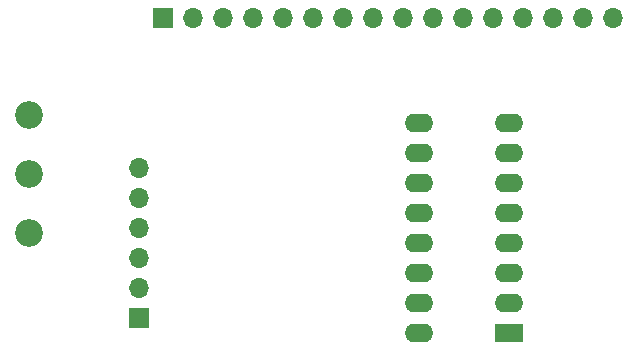
<source format=gbr>
%TF.GenerationSoftware,KiCad,Pcbnew,(6.0.7)*%
%TF.CreationDate,2023-05-11T09:52:43+08:00*%
%TF.ProjectId,ST7920 test,53543739-3230-4207-9465-73742e6b6963,rev?*%
%TF.SameCoordinates,Original*%
%TF.FileFunction,Soldermask,Bot*%
%TF.FilePolarity,Negative*%
%FSLAX46Y46*%
G04 Gerber Fmt 4.6, Leading zero omitted, Abs format (unit mm)*
G04 Created by KiCad (PCBNEW (6.0.7)) date 2023-05-11 09:52:43*
%MOMM*%
%LPD*%
G01*
G04 APERTURE LIST*
%ADD10R,1.700000X1.700000*%
%ADD11O,1.700000X1.700000*%
%ADD12C,2.340000*%
%ADD13R,2.400000X1.600000*%
%ADD14O,2.400000X1.600000*%
G04 APERTURE END LIST*
D10*
%TO.C,J2*%
X97028000Y-88900000D03*
D11*
X97028000Y-86360000D03*
X97028000Y-83820000D03*
X97028000Y-81280000D03*
X97028000Y-78740000D03*
X97028000Y-76200000D03*
%TD*%
D12*
%TO.C,RV1*%
X87680800Y-71678800D03*
X87680800Y-76678800D03*
X87680800Y-81678800D03*
%TD*%
D13*
%TO.C,U1*%
X128285000Y-90155000D03*
D14*
X128285000Y-87615000D03*
X128285000Y-85075000D03*
X128285000Y-82535000D03*
X128285000Y-79995000D03*
X128285000Y-77455000D03*
X128285000Y-74915000D03*
X128285000Y-72375000D03*
X120665000Y-72375000D03*
X120665000Y-74915000D03*
X120665000Y-77455000D03*
X120665000Y-79995000D03*
X120665000Y-82535000D03*
X120665000Y-85075000D03*
X120665000Y-87615000D03*
X120665000Y-90155000D03*
%TD*%
D10*
%TO.C,J1*%
X99060000Y-63500000D03*
D11*
X101600000Y-63500000D03*
X104140000Y-63500000D03*
X106680000Y-63500000D03*
X109220000Y-63500000D03*
X111760000Y-63500000D03*
X114300000Y-63500000D03*
X116840000Y-63500000D03*
X119380000Y-63500000D03*
X121920000Y-63500000D03*
X124460000Y-63500000D03*
X127000000Y-63500000D03*
X129540000Y-63500000D03*
X132080000Y-63500000D03*
X134620000Y-63500000D03*
X137160000Y-63500000D03*
%TD*%
M02*

</source>
